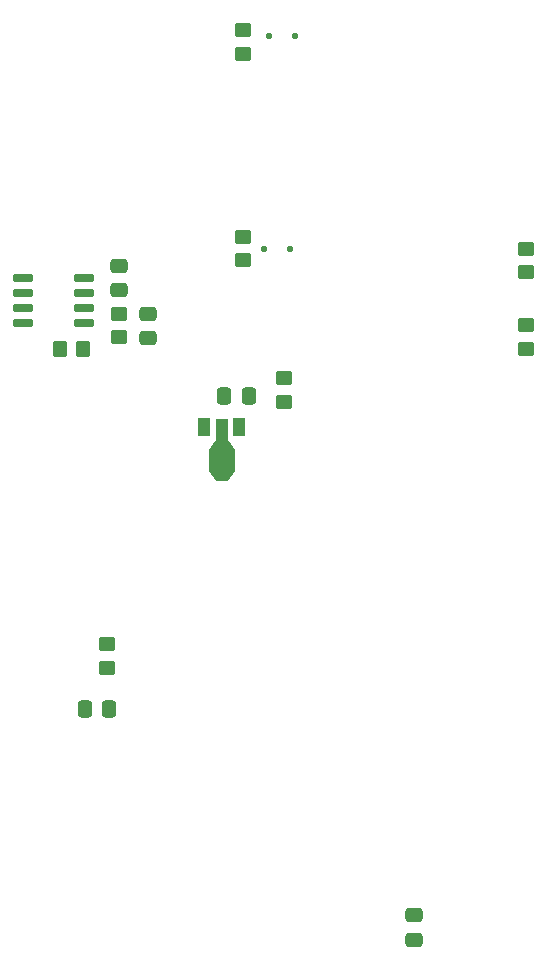
<source format=gbr>
%TF.GenerationSoftware,KiCad,Pcbnew,8.0.0*%
%TF.CreationDate,2024-05-14T21:41:44+02:00*%
%TF.ProjectId,VCO-3340,56434f2d-3333-4343-902e-6b696361645f,rev?*%
%TF.SameCoordinates,Original*%
%TF.FileFunction,Paste,Top*%
%TF.FilePolarity,Positive*%
%FSLAX46Y46*%
G04 Gerber Fmt 4.6, Leading zero omitted, Abs format (unit mm)*
G04 Created by KiCad (PCBNEW 8.0.0) date 2024-05-14 21:41:44*
%MOMM*%
%LPD*%
G01*
G04 APERTURE LIST*
G04 Aperture macros list*
%AMRoundRect*
0 Rectangle with rounded corners*
0 $1 Rounding radius*
0 $2 $3 $4 $5 $6 $7 $8 $9 X,Y pos of 4 corners*
0 Add a 4 corners polygon primitive as box body*
4,1,4,$2,$3,$4,$5,$6,$7,$8,$9,$2,$3,0*
0 Add four circle primitives for the rounded corners*
1,1,$1+$1,$2,$3*
1,1,$1+$1,$4,$5*
1,1,$1+$1,$6,$7*
1,1,$1+$1,$8,$9*
0 Add four rect primitives between the rounded corners*
20,1,$1+$1,$2,$3,$4,$5,0*
20,1,$1+$1,$4,$5,$6,$7,0*
20,1,$1+$1,$6,$7,$8,$9,0*
20,1,$1+$1,$8,$9,$2,$3,0*%
%AMOutline4P*
0 Free polygon, 4 corners , with rotation*
0 The origin of the aperture is its center*
0 number of corners: always 4*
0 $1 to $8 corner X, Y*
0 $9 Rotation angle, in degrees counterclockwise*
0 create outline with 4 corners*
4,1,4,$1,$2,$3,$4,$5,$6,$7,$8,$1,$2,$9*%
G04 Aperture macros list end*
%ADD10RoundRect,0.250000X-0.475000X0.337500X-0.475000X-0.337500X0.475000X-0.337500X0.475000X0.337500X0*%
%ADD11RoundRect,0.250000X-0.337500X-0.475000X0.337500X-0.475000X0.337500X0.475000X-0.337500X0.475000X0*%
%ADD12RoundRect,0.250000X-0.450000X0.350000X-0.450000X-0.350000X0.450000X-0.350000X0.450000X0.350000X0*%
%ADD13RoundRect,0.250000X0.475000X-0.337500X0.475000X0.337500X-0.475000X0.337500X-0.475000X-0.337500X0*%
%ADD14RoundRect,0.125000X0.125000X0.125000X-0.125000X0.125000X-0.125000X-0.125000X0.125000X-0.125000X0*%
%ADD15RoundRect,0.250000X0.350000X0.450000X-0.350000X0.450000X-0.350000X-0.450000X0.350000X-0.450000X0*%
%ADD16RoundRect,0.250000X0.450000X-0.350000X0.450000X0.350000X-0.450000X0.350000X-0.450000X-0.350000X0*%
%ADD17R,1.000000X1.500000*%
%ADD18R,1.000000X1.800000*%
%ADD19Outline4P,-1.100000X-0.500000X1.100000X-0.500000X0.400000X0.500000X-0.400000X0.500000X0.000000*%
%ADD20R,2.200000X1.840000*%
%ADD21Outline4P,-1.100000X-0.425000X1.100000X-0.425000X0.500000X0.425000X-0.500000X0.425000X180.000000*%
%ADD22RoundRect,0.125000X-0.125000X-0.125000X0.125000X-0.125000X0.125000X0.125000X-0.125000X0.125000X0*%
%ADD23RoundRect,0.150000X0.725000X0.150000X-0.725000X0.150000X-0.725000X-0.150000X0.725000X-0.150000X0*%
G04 APERTURE END LIST*
D10*
%TO.C,C10*%
X30440600Y-55680700D03*
X30440600Y-57755700D03*
%TD*%
D11*
%TO.C,C8*%
X27572600Y-93218200D03*
X29647600Y-93218200D03*
%TD*%
D12*
%TO.C,R25*%
X40940600Y-35718200D03*
X40940600Y-37718200D03*
%TD*%
D13*
%TO.C,C11*%
X32940600Y-61793200D03*
X32940600Y-59718200D03*
%TD*%
D14*
%TO.C,D2*%
X45395600Y-36218200D03*
X43195600Y-36218200D03*
%TD*%
D11*
%TO.C,C13*%
X39365600Y-66718200D03*
X41440600Y-66718200D03*
%TD*%
D15*
%TO.C,R23*%
X27440600Y-62718200D03*
X25440600Y-62718200D03*
%TD*%
D16*
%TO.C,R22*%
X30440600Y-61718200D03*
X30440600Y-59718200D03*
%TD*%
D12*
%TO.C,R19*%
X44440600Y-65218200D03*
X44440600Y-67218200D03*
%TD*%
D16*
%TO.C,R24*%
X40940600Y-55218200D03*
X40940600Y-53218200D03*
%TD*%
D13*
%TO.C,C9*%
X55403100Y-112755700D03*
X55403100Y-110680700D03*
%TD*%
D12*
%TO.C,R7*%
X64940600Y-60718200D03*
X64940600Y-62718200D03*
%TD*%
D16*
%TO.C,R5*%
X64940600Y-56218200D03*
X64940600Y-54218200D03*
%TD*%
%TO.C,R15*%
X29440600Y-89718200D03*
X29440600Y-87718200D03*
%TD*%
D17*
%TO.C,U3*%
X40653600Y-69358200D03*
D18*
X39153600Y-69504700D03*
D19*
X39153600Y-70762000D03*
D20*
X39153600Y-72171700D03*
D21*
X39153600Y-73505200D03*
D17*
X37653600Y-69358200D03*
%TD*%
D22*
%TO.C,D1*%
X42740600Y-54218200D03*
X44940600Y-54218200D03*
%TD*%
D23*
%TO.C,U2*%
X27515600Y-60493200D03*
X27515600Y-59223200D03*
X27515600Y-57953200D03*
X27515600Y-56683200D03*
X22365600Y-56683200D03*
X22365600Y-57953200D03*
X22365600Y-59223200D03*
X22365600Y-60493200D03*
%TD*%
M02*

</source>
